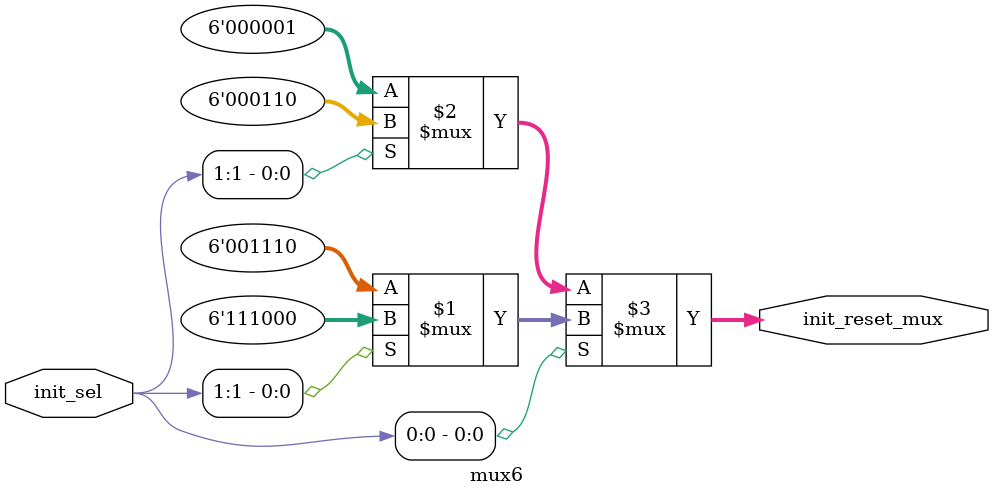
<source format=v>
`timescale 1ns / 1ps

module mux6(
    input [1:0] init_sel,
	output [5:0] init_reset_mux
    );

localparam count0 = 6'b000001, count1 = 6'b001110, count2 = 6'b000110, count3 = 6'b111000;
assign init_reset_mux = init_sel[0]?(init_sel[1]?count3:count1):(init_sel[1]?count2:count0);

endmodule

</source>
